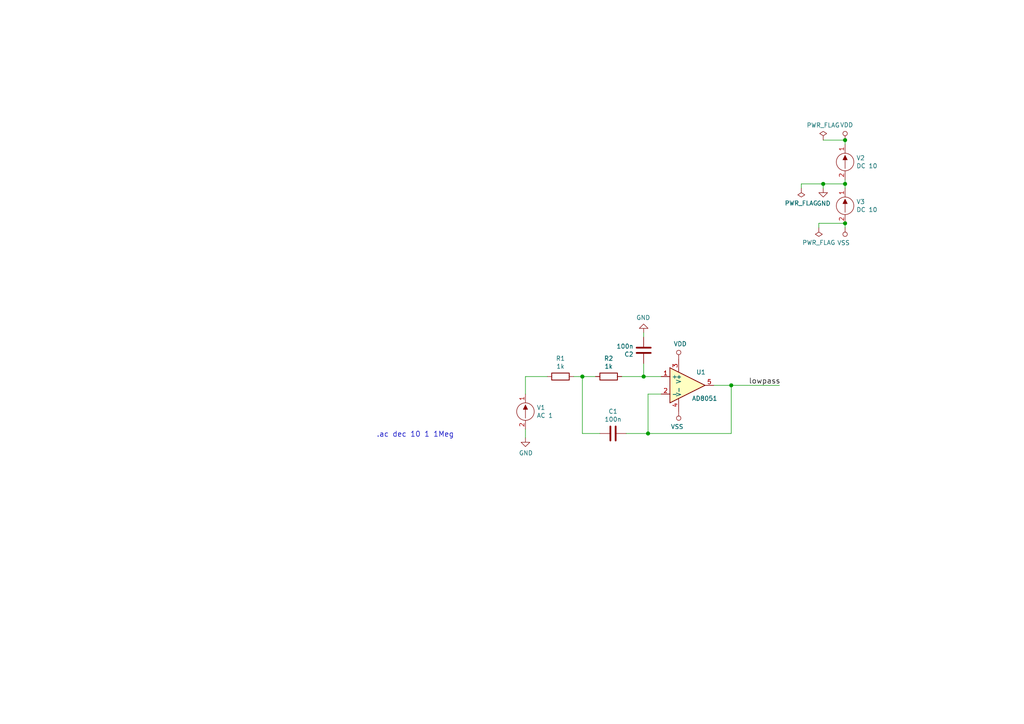
<source format=kicad_sch>
(kicad_sch (version 20210621) (generator eeschema)
  (paper "A4")
  (lib_symbols
    (symbol "power:PWR_FLAG" (power) (pin_numbers hide) (pin_names (offset 0) hide)
      (property "Value" "PWR_FLAG" (at 0 3.81 0))
      (symbol "PWR_FLAG_0_0"
        (pin power_out line (at 0 0 90) (length 0) (name "pwr") (number "1"))
      )
      (symbol "PWR_FLAG_0_1"
        (polyline (pts (xy 0 0) (xy 0 1.27) (xy -1.016 1.905) (xy 0 2.54) (xy 1.016 1.905) (xy 0 1.27)))
      )
    )
    (symbol "sallen_key_schlib:C" (pin_numbers hide) (pin_names (offset 0.254))
      (property "Reference" "C" (at 0.635 2.54 0))
      (property "Value" "C" (at 0.635 -2.54 0))
      (symbol "C_0_1"
        (polyline (pts (xy -2.032 -0.762) (xy 2.032 -0.762)) (stroke (width 0.508)))
        (polyline (pts (xy -2.032 0.762) (xy 2.032 0.762)) (stroke (width 0.508)))
      )
      (symbol "C_1_1"
        (pin passive line (at 0 3.81 270) (length 2.794) (name "~") (number "1"))
        (pin passive line (at 0 -3.81 90) (length 2.794) (name "~") (number "2"))
      )
    )
    (symbol "sallen_key_schlib:GND" (power) (pin_names (offset 0))
      (property "Value" "GND" (at 0 -3.81 0))
      (symbol "GND_0_1"
        (polyline (pts (xy 0 0) (xy 0 -1.27) (xy 1.27 -1.27) (xy 0 -2.54) (xy -1.27 -1.27) (xy 0 -1.27)))
      )
      (symbol "GND_1_1"
        (pin power_in line (at 0 0 270) (length 0) hide (name "GND") (number "1"))
      )
    )
    (symbol "sallen_key_schlib:Generic_Opamp"
      (property "Reference" "U" (at 0 6.35 0))
      (property "Value" "Generic_Opamp" (at 0 3.81 0))
      (symbol "Generic_Opamp_0_1"
        (polyline (pts (xy -5.08 5.08) (xy 5.08 0) (xy -5.08 -5.08) (xy -5.08 5.08)) (stroke (width 0.254)) (fill (type background)))
      )
      (symbol "Generic_Opamp_1_1"
        (pin input line (at -7.62 2.54 0) (length 2.54) (name "+") (number "1"))
        (pin input line (at -7.62 -2.54 0) (length 2.54) (name "-") (number "2"))
        (pin power_in line (at -2.54 7.62 270) (length 3.81) (name "V+") (number "3"))
        (pin power_in line (at -2.54 -7.62 90) (length 3.81) (name "V-") (number "4"))
        (pin output line (at 7.62 0 180) (length 2.54) (name "~") (number "5"))
      )
    )
    (symbol "sallen_key_schlib:R" (pin_numbers hide) (pin_names (offset 0))
      (property "Reference" "R" (at 2.032 0 90))
      (property "Value" "R" (at 0 0 90))
      (symbol "R_0_1"
        (rectangle (start -1.016 -2.54) (end 1.016 2.54) (stroke (width 0.254)))
      )
      (symbol "R_1_1"
        (pin passive line (at 0 3.81 270) (length 1.27) (name "~") (number "1"))
        (pin passive line (at 0 -3.81 90) (length 1.27) (name "~") (number "2"))
      )
    )
    (symbol "sallen_key_schlib:VDD" (power) (pin_names (offset 0))
      (property "Value" "VDD" (at 0 3.81 0))
      (symbol "VDD_0_1"
        (polyline (pts (xy 0 0) (xy 0 1.27)))
        (circle (center 0 1.905) (radius 0.635))
      )
      (symbol "VDD_1_1"
        (pin power_in line (at 0 0 90) (length 0) hide (name "VDD") (number "1"))
      )
    )
    (symbol "sallen_key_schlib:VSOURCE" (pin_names (offset 1.016))
      (property "Reference" "V" (at 5.08 5.08 0))
      (symbol "VSOURCE_0_1"
        (polyline (pts (xy 0 -1.905) (xy 0 1.905)))
        (polyline (pts (xy 0 1.905) (xy -0.635 0.635) (xy 0.635 0.635) (xy 0 1.905)) (fill (type outline)))
        (circle (center 0 0) (radius 2.54))
      )
      (symbol "VSOURCE_1_1"
        (pin input line (at 0 5.08 270) (length 2.54) (name "~") (number "1"))
        (pin input line (at 0 -5.08 90) (length 2.54) (name "~") (number "2"))
      )
    )
    (symbol "sallen_key_schlib:VSS" (power) (pin_names (offset 0))
      (property "Value" "VSS" (at 0 3.81 0))
      (symbol "VSS_0_1"
        (polyline (pts (xy 0 0) (xy 0 1.27)))
        (circle (center 0 1.905) (radius 0.635))
      )
      (symbol "VSS_1_1"
        (pin power_in line (at 0 0 90) (length 0) hide (name "VSS") (number "1"))
      )
    )
  )
  (junction (at 168.91 109.22) (diameter 1.016))
  (junction (at 186.69 109.22) (diameter 1.016))
  (junction (at 187.96 125.73) (diameter 1.016))
  (junction (at 212.09 111.76) (diameter 1.016))
  (junction (at 238.76 53.34) (diameter 1.016))
  (junction (at 245.11 40.64) (diameter 1.016))
  (junction (at 245.11 53.34) (diameter 1.016))
  (junction (at 245.11 64.77) (diameter 1.016))
  (wire (pts (xy 152.4 109.22) (xy 152.4 114.3)))
  (wire (pts (xy 152.4 124.46) (xy 152.4 127)))
  (wire (pts (xy 158.75 109.22) (xy 152.4 109.22)))
  (wire (pts (xy 166.37 109.22) (xy 168.91 109.22)))
  (wire (pts (xy 168.91 109.22) (xy 172.72 109.22)))
  (wire (pts (xy 168.91 125.73) (xy 168.91 109.22)))
  (wire (pts (xy 173.99 125.73) (xy 168.91 125.73)))
  (wire (pts (xy 180.34 109.22) (xy 186.69 109.22)))
  (wire (pts (xy 186.69 96.52) (xy 186.69 97.79)))
  (wire (pts (xy 186.69 105.41) (xy 186.69 109.22)))
  (wire (pts (xy 186.69 109.22) (xy 191.77 109.22)))
  (wire (pts (xy 187.96 114.3) (xy 191.77 114.3)))
  (wire (pts (xy 187.96 125.73) (xy 181.61 125.73)))
  (wire (pts (xy 187.96 125.73) (xy 187.96 114.3)))
  (wire (pts (xy 207.01 111.76) (xy 212.09 111.76)))
  (wire (pts (xy 212.09 111.76) (xy 226.06 111.76)))
  (wire (pts (xy 212.09 125.73) (xy 187.96 125.73)))
  (wire (pts (xy 212.09 125.73) (xy 212.09 111.76)))
  (wire (pts (xy 232.41 53.34) (xy 232.41 54.61)))
  (wire (pts (xy 232.41 53.34) (xy 238.76 53.34)))
  (wire (pts (xy 237.49 64.77) (xy 237.49 66.04)))
  (wire (pts (xy 238.76 40.64) (xy 245.11 40.64)))
  (wire (pts (xy 238.76 53.34) (xy 238.76 54.61)))
  (wire (pts (xy 238.76 53.34) (xy 245.11 53.34)))
  (wire (pts (xy 245.11 40.64) (xy 245.11 41.91)))
  (wire (pts (xy 245.11 52.07) (xy 245.11 53.34)))
  (wire (pts (xy 245.11 53.34) (xy 245.11 54.61)))
  (wire (pts (xy 245.11 64.77) (xy 237.49 64.77)))
  (wire (pts (xy 245.11 66.04) (xy 245.11 64.77)))
  (text ".ac dec 10 1 1Meg\n" (at 109.22 127 0) (effects (font (size 1.524 1.524)) (justify left bottom)))
  (label "lowpass" (at 217.17 111.76 0) (effects (font (size 1.524 1.524))))
  (symbol (lib_id "sallen_key_schlib:VDD") (at 196.85 104.14 0) (unit 1)
    (property "Reference" "#PWR03" (effects hide))
    (property "Value" "VDD" (at 197.2818 99.7458 0))
  )
  (symbol (lib_id "sallen_key_schlib:VSS") (at 196.85 119.38 180) (unit 1)
    (property "Reference" "#PWR04" (effects hide))
    (property "Value" "VSS" (at 196.3928 123.7742 0))
  )
  (symbol (lib_id "sallen_key_schlib:VDD") (at 245.11 40.64 0) (unit 1)
    (property "Reference" "#PWR06" (effects hide))
    (property "Value" "VDD" (at 245.5418 36.2458 0))
  )
  (symbol (lib_id "sallen_key_schlib:VSS") (at 245.11 66.04 180) (unit 1)
    (property "Reference" "#PWR07" (effects hide))
    (property "Value" "VSS" (at 244.6528 70.4342 0))
  )
  (symbol (lib_id "power:PWR_FLAG") (at 232.41 54.61 180) (unit 1)
    (property "Reference" "#FLG0102" (effects hide))
    (property "Value" "PWR_FLAG" (at 232.41 58.9344 0))
  )
  (symbol (lib_id "power:PWR_FLAG") (at 237.49 66.04 180) (unit 1)
    (property "Reference" "#FLG0101" (effects hide))
    (property "Value" "PWR_FLAG" (at 237.49 70.3644 0))
  )
  (symbol (lib_id "power:PWR_FLAG") (at 238.76 40.64 0) (unit 1)
    (property "Reference" "#FLG0103" (effects hide))
    (property "Value" "PWR_FLAG" (at 238.76 36.3156 0))
  )
  (symbol (lib_id "sallen_key_schlib:GND") (at 152.4 127 0) (unit 1)
    (property "Reference" "#PWR0101" (effects hide))
    (property "Value" "GND" (at 152.527 131.3942 0))
  )
  (symbol (lib_id "sallen_key_schlib:GND") (at 186.69 96.52 180) (unit 1)
    (property "Reference" "#PWR02" (effects hide))
    (property "Value" "GND" (at 186.563 92.1258 0))
  )
  (symbol (lib_id "sallen_key_schlib:GND") (at 238.76 54.61 0) (unit 1)
    (property "Reference" "#PWR05" (effects hide))
    (property "Value" "GND" (at 238.887 59.0042 0))
  )
  (symbol (lib_id "sallen_key_schlib:R") (at 162.56 109.22 270) (unit 1)
    (property "Reference" "R1" (at 162.56 103.9622 90))
    (property "Value" "1k" (at 162.56 106.2736 90))
    (property "Fieldname" "Value" (effects hide))
    (property "SpiceMapping" "1 2" (effects hide))
    (property "Spice_Primitive" "R" (effects hide))
  )
  (symbol (lib_id "sallen_key_schlib:R") (at 176.53 109.22 270) (unit 1)
    (property "Reference" "R2" (at 176.53 103.9622 90))
    (property "Value" "1k" (at 176.53 106.2736 90))
    (property "Fieldname" "Value" (effects hide))
    (property "SpiceMapping" "1 2" (effects hide))
    (property "Spice_Primitive" "R" (effects hide))
  )
  (symbol (lib_id "sallen_key_schlib:C") (at 177.8 125.73 270) (unit 1)
    (property "Reference" "C1" (at 177.8 119.3292 90))
    (property "Value" "100n" (at 177.8 121.6406 90))
  )
  (symbol (lib_id "sallen_key_schlib:C") (at 186.69 101.6 180) (unit 1)
    (property "Reference" "C2" (at 183.769 102.7684 0) (effects (justify left)))
    (property "Value" "100n" (at 183.769 100.457 0) (effects (justify left)))
    (property "Fieldname" "Value" (effects hide))
    (property "Spice_Primitive" "C" (effects hide))
    (property "SpiceMapping" "1 2" (effects hide))
  )
  (symbol (lib_id "sallen_key_schlib:VSOURCE") (at 152.4 119.38 0) (unit 1)
    (property "Reference" "V1" (at 155.6512 118.2116 0) (effects (justify left)))
    (property "Value" "AC 1" (at 155.6512 120.523 0) (effects (justify left)))
  )
  (symbol (lib_id "sallen_key_schlib:VSOURCE") (at 245.11 46.99 0) (unit 1)
    (property "Reference" "V2" (at 248.3612 45.8216 0) (effects (justify left)))
    (property "Value" "DC 10" (at 248.3612 48.133 0) (effects (justify left)))
    (property "Fieldname" "Value" (effects hide))
    (property "Spice_Primitive" "V" (effects hide))
    (property "Spice_Node_Sequence" "1 2" (effects hide))
  )
  (symbol (lib_id "sallen_key_schlib:VSOURCE") (at 245.11 59.69 0) (unit 1)
    (property "Reference" "V3" (at 248.3612 58.5216 0) (effects (justify left)))
    (property "Value" "DC 10" (at 248.3612 60.833 0) (effects (justify left)))
    (property "Fieldname" "Value" (effects hide))
    (property "Spice_Primitive" "V" (effects hide))
    (property "Spice_Node_Sequence" "1 2" (effects hide))
  )
  (symbol (lib_id "sallen_key_schlib:Generic_Opamp") (at 199.39 111.76 0) (unit 1)
    (property "Reference" "U1" (at 201.93 107.95 0) (effects (justify left)))
    (property "Value" "AD8051" (at 200.66 115.57 0) (effects (justify left)))
    (property "Spice_Primitive" "X" (effects hide))
    (property "Spice_Model" "AD8051" (effects hide))
    (property "Spice_Lib_File" "ad8051.lib" (effects hide))
    (property "Spice_Netlist_Enabled" "Y" (effects hide))
  )
)
</source>
